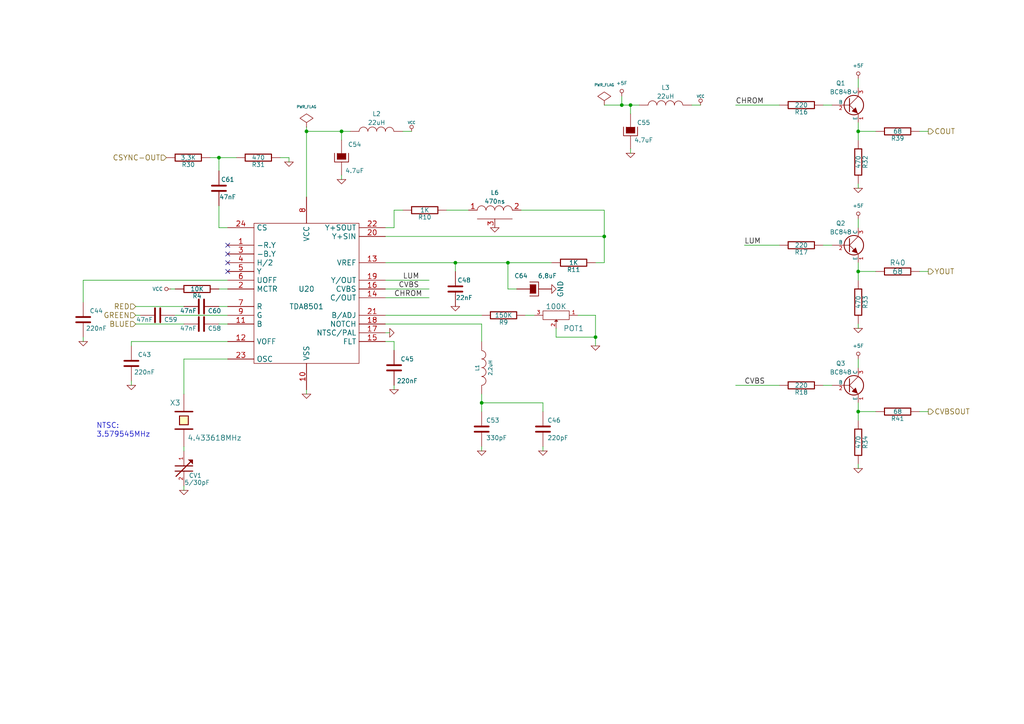
<source format=kicad_sch>
(kicad_sch (version 20241209) (generator "eeschema") (generator_version "9.0")
  (paper "A4")
  (title_block (title "Video") (date "Sun 22 Mar 2015") (rev "2.0B") (company "Kicad EDA"))
  (lib_symbols
    (symbol "video_schlib:+5F" (power) (pin_names (offset 0))
      (property "Value" "+5F" (at 0 2.54 0))
      (symbol "+5F_0_0"
        (pin power_in line (at 0 0 90) (length 0) (hide yes) (name "+5F") (number "1"))
      )
      (symbol "+5F_0_1"
        (circle (center 0 1.524) (radius 0.508))
        (polyline (pts (xy 0 0) (xy 0 1.016) (xy 0 1.016)))
      )
    )
    (symbol "video_schlib:C" (pin_numbers (hide yes)) (pin_names (offset 0.254))
      (property "Reference" "C" (at 0 2.54 0))
      (property "Value" "C" (at 0.1524 -2.159 0))
      (symbol "C_0_1"
        (polyline (pts (xy -2.032 0.762) (xy 2.032 0.762)) (stroke (width 0.508)))
        (polyline (pts (xy -2.032 -0.762) (xy 2.032 -0.762)) (stroke (width 0.508)))
      )
      (symbol "C_1_1"
        (pin passive line (at 0 5.08 270) (length 4.318) (name "~") (number "1"))
        (pin passive line (at 0 -5.08 90) (length 4.318) (name "~") (number "2"))
      )
    )
    (symbol "video_schlib:CP" (pin_numbers (hide yes)) (pin_names (offset 0.254) (hide yes))
      (property "Reference" "C" (at 1.27 2.54 0))
      (property "Value" "CP" (at 1.27 -2.54 0))
      (symbol "CP_0_1"
        (polyline (pts (xy -2.032 1.27) (xy -2.032 -1.27) (xy 2.032 -1.27) (xy 2.032 1.27)) (stroke (width 0.2032)))
        (polyline (pts (xy -1.27 1.27) (xy -1.27 -0.508) (xy 1.27 -0.508) (xy 1.27 1.27)) (fill (type outline)))
      )
      (symbol "CP_1_1"
        (pin passive line (at 0 5.08 270) (length 3.81) (name "~") (number "1"))
        (pin passive line (at 0 -5.08 90) (length 3.81) (name "~") (number "2"))
      )
    )
    (symbol "video_schlib:CRYSTAL" (pin_numbers (hide yes)) (pin_names (offset 1.016) (hide yes))
      (property "Reference" "X" (at 0 3.81 0))
      (property "Value" "CRYSTAL" (at 0 -3.81 0))
      (symbol "CRYSTAL_0_1"
        (polyline (pts (xy -2.54 2.54) (xy -2.54 -2.54)) (stroke (width 0.4064)))
        (polyline (pts (xy -1.27 1.27) (xy 1.27 1.27) (xy 1.27 -1.27) (xy -1.27 -1.27) (xy -1.27 1.27)) (stroke (width 0.3048)) (fill (type background)))
        (polyline (pts (xy 2.54 2.54) (xy 2.54 -2.54)) (stroke (width 0.4064)))
      )
      (symbol "CRYSTAL_1_1"
        (pin passive line (at -7.62 0 0) (length 5.08) (name "1") (number "1"))
        (pin passive line (at 7.62 0 180) (length 5.08) (name "2") (number "2"))
      )
    )
    (symbol "video_schlib:CTRIM" (pin_names (offset 0.254))
      (property "Reference" "C" (at 3.302 -2.032 0))
      (property "Value" "CTRIM" (at 3.81 -4.064 0))
      (symbol "CTRIM_0_1"
        (polyline (pts (xy -2.54 0.762) (xy 2.54 0.762)) (stroke (width 0.3048)))
        (polyline (pts (xy -2.54 -0.762) (xy 2.54 -0.762)) (stroke (width 0.3048)))
        (polyline (pts (xy -2.286 -2.286) (xy 1.905 1.905)) (stroke (width 0.3048)))
        (polyline (pts (xy 1.27 2.54) (xy 2.54 2.54) (xy 2.54 1.27)) (fill (type outline)))
      )
      (symbol "CTRIM_1_1"
        (pin passive line (at 0 5.08 270) (length 4.318) (name "~") (number "1"))
        (pin passive line (at 0 -5.08 90) (length 4.318) (name "~") (number "2"))
      )
    )
    (symbol "video_schlib:GND" (power) (pin_names (offset 0))
      (symbol "GND_0_1"
        (polyline (pts (xy -1.27 0) (xy 0 -1.27) (xy 1.27 0) (xy -1.27 0)))
      )
      (symbol "GND_1_1"
        (pin power_in line (at 0 0 90) (length 0) (hide yes) (name "GND") (number "1"))
      )
    )
    (symbol "video_schlib:INDUCTOR" (pin_numbers (hide yes)) (pin_names (offset 1.016) (hide yes))
      (property "Reference" "L" (at -1.27 0 90))
      (property "Value" "INDUCTOR" (at 2.54 0 90))
      (symbol "INDUCTOR_0_1"
        (arc (start 0.0254 4.9784) (mid 1.1942 3.7719) (end 0.0254 2.5654))
        (arc (start 0.0254 2.5908) (mid 1.2704 1.3081) (end 0.0254 0.0254))
        (arc (start 0.0254 0.0508) (mid 1.2704 -1.2319) (end 0.0254 -2.5146))
        (arc (start 0.0254 -2.54) (mid 1.245 -3.7973) (end 0.0254 -5.0546))
      )
      (symbol "INDUCTOR_1_1"
        (pin passive line (at 0 7.62 270) (length 2.54) (name "1") (number "1"))
        (pin passive line (at 0 -7.62 90) (length 2.54) (name "2") (number "2"))
      )
    )
    (symbol "video_schlib:LIGNE_A_RETARD" (pin_names (offset 1.016) (hide yes))
      (property "Reference" "L" (at 0 2.54 0))
      (property "Value" "LIGNE_A_RETARD" (at 0 -2.54 0))
      (symbol "LIGNE_A_RETARD_0_1"
        (polyline (pts (xy -2.54 5.08) (xy -2.54 -5.08)))
        (arc (start 1.27 3.81) (mid 0.8839 2.9337) (end 0 2.5654))
        (arc (start 1.27 1.27) (mid 0.8839 0.3937) (end 0 0.0254))
        (arc (start 1.27 -1.27) (mid 0.8839 -2.1463) (end 0 -2.5146))
        (arc (start 1.27 -3.81) (mid 0.8839 -4.6863) (end 0 -5.0546))
        (arc (start 0 5.08) (mid 0.898 4.708) (end 1.27 3.81))
        (arc (start 0 2.54) (mid 0.898 2.168) (end 1.27 1.27))
        (arc (start 0 0) (mid 0.898 -0.372) (end 1.27 -1.27))
        (arc (start 0 -2.54) (mid 0.898 -2.912) (end 1.27 -3.81))
      )
      (symbol "LIGNE_A_RETARD_1_1"
        (pin input line (at -5.08 0 0) (length 2.54) (name "COMMUN") (number "3"))
        (pin passive line (at 0 7.62 270) (length 2.54) (name "1") (number "1"))
        (pin passive line (at 0 -7.62 90) (length 2.54) (name "2") (number "2"))
      )
    )
    (symbol "video_schlib:NPN" (pin_names (offset 0))
      (property "Reference" "Q" (at 0 -3.81 0))
      (property "Value" "NPN" (at 0 3.81 0))
      (symbol "NPN_0_1"
        (polyline (pts (xy 0 1.905) (xy 0 -1.905) (xy 0 -1.905)) (stroke (width 0.254)))
        (polyline (pts (xy 0 0) (xy 2.54 2.54)))
        (circle (center 1.27 0) (radius 2.8194) (stroke (width 0.254)))
        (polyline (pts (xy 1.27 -1.27) (xy 0 0) (xy 0 0)))
        (polyline (pts (xy 2.286 -2.286) (xy 1.778 -0.762) (xy 0.762 -1.778) (xy 2.286 -2.286) (xy 2.286 -2.286)) (fill (type outline)))
        (polyline (pts (xy 2.286 -2.286) (xy 2.54 -2.54) (xy 2.54 -2.54)))
      )
      (symbol "NPN_1_1"
        (pin input line (at -5.08 0 0) (length 5.08) (name "B") (number "2"))
        (pin passive line (at 2.54 5.08 270) (length 2.54) (name "C") (number "3"))
        (pin passive line (at 2.54 -5.08 90) (length 2.54) (name "E") (number "1"))
      )
    )
    (symbol "video_schlib:POT" (pin_names (offset 1.016) (hide yes))
      (property "Reference" "RV" (at 0 -2.54 0))
      (property "Value" "POT" (at 0 0 0))
      (symbol "POT_0_1"
        (rectangle (start -3.81 1.27) (end 3.81 -1.27))
        (polyline (pts (xy 0 1.27) (xy -0.508 1.778) (xy 0.508 1.778)) (fill (type outline)))
      )
      (symbol "POT_1_1"
        (pin passive line (at -6.35 0 0) (length 2.54) (name "1") (number "1"))
        (pin passive line (at 0 3.81 270) (length 2.032) (name "2") (number "2"))
        (pin passive line (at 6.35 0 180) (length 2.54) (name "3") (number "3"))
      )
    )
    (symbol "video_schlib:PWR_FLAG" (power) (pin_numbers (hide yes)) (pin_names (offset 0) (hide yes))
      (property "Value" "PWR_FLAG" (at 0 4.572 0))
      (symbol "PWR_FLAG_0_0"
        (pin power_out line (at 0 0 90) (length 0) (name "pwr") (number "1"))
      )
      (symbol "PWR_FLAG_0_1"
        (polyline (pts (xy 0 0) (xy 0 1.27) (xy -1.905 2.54) (xy 0 3.81) (xy 1.905 2.54) (xy 0 1.27)))
      )
    )
    (symbol "video_schlib:R" (pin_numbers (hide yes)) (pin_names (offset 0))
      (property "Reference" "R" (at 2.032 0 90))
      (property "Value" "R" (at 0.1778 0.0254 90))
      (symbol "R_0_1"
        (rectangle (start -1.016 3.81) (end 1.016 -3.81) (stroke (width 0.3048)))
      )
      (symbol "R_1_1"
        (pin passive line (at 0 6.35 270) (length 2.54) (name "~") (number "1"))
        (pin passive line (at 0 -6.35 90) (length 2.54) (name "~") (number "2"))
      )
    )
    (symbol "video_schlib:TDA8501" (pin_names (offset 0.762))
      (property "Reference" "U" (at 8.89 24.13 0))
      (property "Value" "TDA8501" (at 8.89 -21.59 0))
      (symbol "TDA8501_0_1"
        (rectangle (start -15.24 21.59) (end 15.24 -19.05))
      )
      (symbol "TDA8501_1_1"
        (pin input line (at -22.86 20.32 0) (length 7.62) (name "CS") (number "24"))
        (pin input line (at -22.86 15.24 0) (length 7.62) (name "-R.Y") (number "1"))
        (pin input line (at -22.86 12.7 0) (length 7.62) (name "-B.Y") (number "3"))
        (pin bidirectional line (at -22.86 10.16 0) (length 7.62) (name "H/2") (number "4"))
        (pin input line (at -22.86 7.62 0) (length 7.62) (name "Y") (number "5"))
        (pin output line (at -22.86 5.08 0) (length 7.62) (name "UOFF") (number "6"))
        (pin input line (at -22.86 2.54 0) (length 7.62) (name "MCTR") (number "2"))
        (pin input line (at -22.86 -2.54 0) (length 7.62) (name "R") (number "7"))
        (pin input line (at -22.86 -5.08 0) (length 7.62) (name "G") (number "9"))
        (pin input line (at -22.86 -7.62 0) (length 7.62) (name "B") (number "11"))
        (pin output line (at -22.86 -12.7 0) (length 7.62) (name "VOFF") (number "12"))
        (pin output line (at -22.86 -17.78 0) (length 7.62) (name "OSC") (number "23"))
        (pin input line (at 0 29.21 270) (length 7.62) (name "VCC") (number "8"))
        (pin input line (at 0 -26.67 90) (length 7.62) (name "VSS") (number "10"))
        (pin output line (at 22.86 20.32 180) (length 7.62) (name "Y+SOUT") (number "22"))
        (pin input line (at 22.86 17.78 180) (length 7.62) (name "Y+SIN") (number "20"))
        (pin output line (at 22.86 10.16 180) (length 7.62) (name "VREF") (number "13"))
        (pin output line (at 22.86 5.08 180) (length 7.62) (name "Y/OUT") (number "19"))
        (pin output line (at 22.86 2.54 180) (length 7.62) (name "CVBS") (number "16"))
        (pin output line (at 22.86 0 180) (length 7.62) (name "C/OUT") (number "14"))
        (pin passive line (at 22.86 -5.08 180) (length 7.62) (name "B/ADJ") (number "21"))
        (pin input line (at 22.86 -7.62 180) (length 7.62) (name "NOTCH") (number "18"))
        (pin input line (at 22.86 -10.16 180) (length 7.62) (name "NTSC/PAL") (number "17"))
        (pin passive line (at 22.86 -12.7 180) (length 7.62) (name "FLT") (number "15"))
      )
    )
    (symbol "video_schlib:VCC" (power) (pin_names (offset 0))
      (property "Value" "VCC" (at 0 2.54 0))
      (symbol "VCC_0_0"
        (pin power_in line (at 0 0 90) (length 0) (hide yes) (name "VCC") (number "1"))
      )
      (symbol "VCC_0_1"
        (circle (center 0 1.27) (radius 0.508))
        (polyline (pts (xy 0 0) (xy 0 0.762) (xy 0 0.762)))
      )
    )
  )
  (text "3.579545MHz" (at 27.94 127 0) (effects (font (size 1.524 1.524)) (justify left bottom)))
  (text "NTSC:" (at 27.94 124.46 0) (effects (font (size 1.524 1.524)) (justify left bottom)))
  (junction (at 99.06 38.1) (diameter 0.9144))
  (junction (at 182.88 30.48) (diameter 0.9144))
  (junction (at 175.26 68.58) (diameter 0.9144))
  (junction (at 180.34 30.48) (diameter 0.9144))
  (junction (at 147.32 76.2) (diameter 0.9144))
  (junction (at 248.92 38.1) (diameter 0.9144))
  (junction (at 63.5 45.72) (diameter 0.9144))
  (junction (at 132.08 76.2) (diameter 0.9144))
  (junction (at 172.72 97.79) (diameter 0.9144))
  (junction (at 139.7 116.84) (diameter 0.9144))
  (junction (at 88.9 38.1) (diameter 0.9144))
  (junction (at 248.92 119.38) (diameter 0.9144))
  (junction (at 248.92 78.74) (diameter 0.9144))
  (no_connect (at 66.04 76.2))
  (no_connect (at 66.04 73.66))
  (no_connect (at 66.04 78.74))
  (no_connect (at 66.04 71.12))
  (wire (pts (xy 147.32 83.82) (xy 149.86 83.82)))
  (wire (pts (xy 66.04 81.28) (xy 24.13 81.28)))
  (wire (pts (xy 248.92 116.84) (xy 248.92 119.38)))
  (wire (pts (xy 139.7 93.98) (xy 139.7 99.06)))
  (wire (pts (xy 99.06 38.1) (xy 101.6 38.1)))
  (wire (pts (xy 111.76 83.82) (xy 124.46 83.82)))
  (wire (pts (xy 175.26 68.58) (xy 175.26 76.2)))
  (wire (pts (xy 38.1 99.06) (xy 66.04 99.06)))
  (wire (pts (xy 114.3 99.06) (xy 114.3 101.6)))
  (wire (pts (xy 248.92 76.2) (xy 248.92 78.74)))
  (wire (pts (xy 88.9 114.3) (xy 88.9 113.03)))
  (wire (pts (xy 38.1 111.76) (xy 38.1 110.49)))
  (wire (pts (xy 157.48 119.38) (xy 157.48 116.84)))
  (wire (pts (xy 132.08 76.2) (xy 132.08 78.74)))
  (wire (pts (xy 66.04 104.14) (xy 53.34 104.14)))
  (wire (pts (xy 180.34 30.48) (xy 182.88 30.48)))
  (wire (pts (xy 248.92 104.14) (xy 248.92 106.68)))
  (wire (pts (xy 53.34 130.81) (xy 53.34 129.54)))
  (wire (pts (xy 182.88 44.45) (xy 182.88 43.18)))
  (wire (pts (xy 266.7 119.38) (xy 269.24 119.38)))
  (wire (pts (xy 215.9 71.12) (xy 226.06 71.12)))
  (wire (pts (xy 116.84 60.96) (xy 114.3 60.96)))
  (wire (pts (xy 83.82 45.72) (xy 81.28 45.72)))
  (wire (pts (xy 111.76 86.36) (xy 124.46 86.36)))
  (wire (pts (xy 175.26 60.96) (xy 175.26 68.58)))
  (wire (pts (xy 147.32 76.2) (xy 147.32 83.82)))
  (wire (pts (xy 172.72 97.79) (xy 172.72 91.44)))
  (wire (pts (xy 248.92 22.86) (xy 248.92 25.4)))
  (wire (pts (xy 88.9 36.83) (xy 88.9 38.1)))
  (wire (pts (xy 139.7 114.3) (xy 139.7 116.84)))
  (wire (pts (xy 111.76 76.2) (xy 132.08 76.2)))
  (wire (pts (xy 157.48 116.84) (xy 139.7 116.84)))
  (wire (pts (xy 40.64 91.44) (xy 39.37 91.44)))
  (wire (pts (xy 99.06 38.1) (xy 99.06 40.64)))
  (wire (pts (xy 248.92 119.38) (xy 248.92 121.92)))
  (wire (pts (xy 88.9 38.1) (xy 88.9 57.15)))
  (wire (pts (xy 248.92 63.5) (xy 248.92 66.04)))
  (wire (pts (xy 88.9 38.1) (xy 99.06 38.1)))
  (wire (pts (xy 99.06 52.07) (xy 99.06 50.8)))
  (wire (pts (xy 66.04 88.9) (xy 63.5 88.9)))
  (wire (pts (xy 24.13 99.06) (xy 24.13 97.79)))
  (wire (pts (xy 161.29 97.79) (xy 172.72 97.79)))
  (wire (pts (xy 63.5 45.72) (xy 68.58 45.72)))
  (wire (pts (xy 266.7 78.74) (xy 269.24 78.74)))
  (wire (pts (xy 114.3 113.03) (xy 114.3 111.76)))
  (wire (pts (xy 114.3 60.96) (xy 114.3 66.04)))
  (wire (pts (xy 161.29 95.25) (xy 161.29 97.79)))
  (wire (pts (xy 114.3 66.04) (xy 111.76 66.04)))
  (wire (pts (xy 111.76 81.28) (xy 124.46 81.28)))
  (wire (pts (xy 49.53 83.82) (xy 50.8 83.82)))
  (wire (pts (xy 213.36 111.76) (xy 226.06 111.76)))
  (wire (pts (xy 182.88 30.48) (xy 182.88 33.02)))
  (wire (pts (xy 152.4 91.44) (xy 154.94 91.44)))
  (wire (pts (xy 248.92 38.1) (xy 254 38.1)))
  (wire (pts (xy 63.5 66.04) (xy 66.04 66.04)))
  (wire (pts (xy 172.72 91.44) (xy 167.64 91.44)))
  (wire (pts (xy 116.84 38.1) (xy 119.38 38.1)))
  (wire (pts (xy 111.76 93.98) (xy 139.7 93.98)))
  (wire (pts (xy 139.7 130.81) (xy 139.7 129.54)))
  (wire (pts (xy 113.03 96.52) (xy 111.76 96.52)))
  (wire (pts (xy 53.34 93.98) (xy 39.37 93.98)))
  (wire (pts (xy 132.08 76.2) (xy 147.32 76.2)))
  (wire (pts (xy 248.92 38.1) (xy 248.92 40.64)))
  (wire (pts (xy 248.92 35.56) (xy 248.92 38.1)))
  (wire (pts (xy 248.92 78.74) (xy 248.92 81.28)))
  (wire (pts (xy 175.26 76.2) (xy 172.72 76.2)))
  (wire (pts (xy 238.76 71.12) (xy 241.3 71.12)))
  (wire (pts (xy 269.24 38.1) (xy 266.7 38.1)))
  (wire (pts (xy 53.34 88.9) (xy 39.37 88.9)))
  (wire (pts (xy 63.5 45.72) (xy 63.5 49.53)))
  (wire (pts (xy 66.04 93.98) (xy 63.5 93.98)))
  (wire (pts (xy 111.76 99.06) (xy 114.3 99.06)))
  (wire (pts (xy 66.04 91.44) (xy 50.8 91.44)))
  (wire (pts (xy 248.92 95.25) (xy 248.92 93.98)))
  (wire (pts (xy 238.76 111.76) (xy 241.3 111.76)))
  (wire (pts (xy 248.92 135.89) (xy 248.92 134.62)))
  (wire (pts (xy 83.82 46.99) (xy 83.82 45.72)))
  (wire (pts (xy 151.13 60.96) (xy 175.26 60.96)))
  (wire (pts (xy 200.66 30.48) (xy 203.2 30.48)))
  (wire (pts (xy 63.5 59.69) (xy 63.5 66.04)))
  (wire (pts (xy 24.13 81.28) (xy 24.13 87.63)))
  (wire (pts (xy 248.92 54.61) (xy 248.92 53.34)))
  (wire (pts (xy 248.92 78.74) (xy 254 78.74)))
  (wire (pts (xy 213.36 30.48) (xy 226.06 30.48)))
  (wire (pts (xy 111.76 91.44) (xy 139.7 91.44)))
  (wire (pts (xy 147.32 76.2) (xy 160.02 76.2)))
  (wire (pts (xy 111.76 68.58) (xy 175.26 68.58)))
  (wire (pts (xy 172.72 100.33) (xy 172.72 97.79)))
  (wire (pts (xy 38.1 100.33) (xy 38.1 99.06)))
  (wire (pts (xy 248.92 119.38) (xy 254 119.38)))
  (wire (pts (xy 180.34 30.48) (xy 180.34 27.94)))
  (wire (pts (xy 238.76 30.48) (xy 241.3 30.48)))
  (wire (pts (xy 63.5 83.82) (xy 66.04 83.82)))
  (wire (pts (xy 60.96 45.72) (xy 63.5 45.72)))
  (wire (pts (xy 182.88 30.48) (xy 185.42 30.48)))
  (wire (pts (xy 139.7 116.84) (xy 139.7 119.38)))
  (wire (pts (xy 53.34 104.14) (xy 53.34 114.3)))
  (wire (pts (xy 129.54 60.96) (xy 135.89 60.96)))
  (wire (pts (xy 175.26 30.48) (xy 180.34 30.48)))
  (wire (pts (xy 53.34 142.24) (xy 53.34 140.97)))
  (wire (pts (xy 157.48 129.54) (xy 157.48 130.81)))
  (label "CHROM" (at 114.3 86.36 0) (effects (font (size 1.524 1.524))))
  (label "LUM" (at 116.84 81.28 0) (effects (font (size 1.524 1.524))))
  (label "CVBS" (at 115.57 83.82 0) (effects (font (size 1.524 1.524))))
  (label "CVBS" (at 215.9 111.76 0) (effects (font (size 1.524 1.524))))
  (label "LUM" (at 215.9 71.12 0) (effects (font (size 1.524 1.524))))
  (label "CHROM" (at 213.36 30.48 0) (effects (font (size 1.524 1.524))))
  (hierarchical_label "BLUE" (shape input) (at 39.37 93.98 180) (effects (font (size 1.524 1.524))))
  (hierarchical_label "COUT" (shape output) (at 269.24 38.1 0) (effects (font (size 1.524 1.524))))
  (hierarchical_label "CVBSOUT" (shape output) (at 269.24 119.38 0) (effects (font (size 1.524 1.524))))
  (hierarchical_label "CSYNC-OUT" (shape input) (at 48.26 45.72 180) (effects (font (size 1.524 1.524))))
  (hierarchical_label "YOUT" (shape output) (at 269.24 78.74 0) (effects (font (size 1.524 1.524))))
  (hierarchical_label "RED" (shape input) (at 39.37 88.9 180) (effects (font (size 1.524 1.524))))
  (hierarchical_label "GREEN" (shape input) (at 39.37 91.44 180) (effects (font (size 1.524 1.524))))
  (symbol (lib_id "video_schlib:TDA8501") (at 88.9 86.36 0) (unit 1)
    (property "Reference" "U20" (at 88.9 83.82 0) (effects (font (size 1.524 1.524))))
    (property "Value" "TDA8501" (at 88.9 88.9 0) (effects (font (size 1.524 1.524))))
    (property "Footprint" "Package_SO:SOIC-24W_7.5x15.4mm_P1.27mm" (effects (hide yes)))
  )
  (symbol (lib_id "video_schlib:C") (at 58.42 93.98 270) (unit 1)
    (property "Reference" "C58" (at 62.23 95.25 90))
    (property "Value" "47nF" (at 54.61 95.25 90))
    (property "Footprint" "Resistor_SMD:R_1206_3216Metric_Pad1.30x1.75mm_HandSolder" (effects (hide yes)))
  )
  (symbol (lib_id "video_schlib:C") (at 45.72 91.44 270) (unit 1)
    (property "Reference" "C59" (at 49.53 92.71 90))
    (property "Value" "47nF" (at 41.91 92.71 90))
    (property "Footprint" "Resistor_SMD:R_1206_3216Metric_Pad1.30x1.75mm_HandSolder" (effects (hide yes)))
  )
  (symbol (lib_id "video_schlib:C") (at 58.42 88.9 270) (unit 1)
    (property "Reference" "C60" (at 62.23 90.17 90))
    (property "Value" "47nF" (at 54.61 90.17 90))
    (property "Footprint" "Resistor_SMD:R_1206_3216Metric_Pad1.30x1.75mm_HandSolder" (effects (hide yes)))
  )
  (symbol (lib_id "video_schlib:GND") (at 88.9 114.3 0) (unit 1)
    (property "Reference" "#GND012" (effects (hide yes)))
    (property "Value" "GND" (effects (hide yes)))
  )
  (symbol (lib_id "video_schlib:INDUCTOR") (at 109.22 38.1 270) (mirror x) (unit 1)
    (property "Reference" "L2" (at 109.22 33.02 90))
    (property "Value" "22uH" (at 109.22 35.56 90))
    (property "Footprint" "Resistor_SMD:R_1812_4532Metric_Pad1.30x3.40mm_HandSolder" (effects (hide yes)))
  )
  (symbol (lib_id "video_schlib:CP") (at 99.06 45.72 0) (unit 1)
    (property "Reference" "C54" (at 102.87 41.91 0))
    (property "Value" "4.7uF" (at 102.87 49.53 0))
    (property "Footprint" "Resistor_SMD:R_1206_3216Metric_Pad1.30x1.75mm_HandSolder" (effects (hide yes)))
  )
  (symbol (lib_id "video_schlib:GND") (at 99.06 52.07 0) (unit 1)
    (property "Reference" "#GND013" (effects (hide yes)))
    (property "Value" "GND" (effects (hide yes)))
  )
  (symbol (lib_id "video_schlib:R") (at 123.19 60.96 270) (unit 1)
    (property "Reference" "R10" (at 123.19 62.992 90))
    (property "Value" "1K" (at 123.19 60.96 90))
    (property "Footprint" "Resistor_SMD:R_1206_3216Metric_Pad1.30x1.75mm_HandSolder" (effects (hide yes)))
  )
  (symbol (lib_id "video_schlib:C") (at 63.5 54.61 0) (unit 1)
    (property "Reference" "C61" (at 66.04 52.07 0))
    (property "Value" "47nF" (at 66.04 57.15 0))
    (property "Footprint" "Resistor_SMD:R_1206_3216Metric_Pad1.30x1.75mm_HandSolder" (effects (hide yes)))
  )
  (symbol (lib_id "video_schlib:C") (at 38.1 105.41 0) (unit 1)
    (property "Reference" "C43" (at 41.91 102.87 0))
    (property "Value" "220nF" (at 41.91 107.95 0))
    (property "Footprint" "Resistor_SMD:R_1206_3216Metric_Pad1.30x1.75mm_HandSolder" (effects (hide yes)))
  )
  (symbol (lib_id "video_schlib:GND") (at 38.1 111.76 0) (unit 1)
    (property "Reference" "#GND014" (effects (hide yes)))
    (property "Value" "GND" (effects (hide yes)))
  )
  (symbol (lib_id "video_schlib:C") (at 24.13 92.71 0) (unit 1)
    (property "Reference" "C44" (at 27.94 90.17 0))
    (property "Value" "220nF" (at 27.94 95.25 0))
    (property "Footprint" "Resistor_SMD:R_1206_3216Metric_Pad1.30x1.75mm_HandSolder" (effects (hide yes)))
  )
  (symbol (lib_id "video_schlib:GND") (at 24.13 99.06 0) (unit 1)
    (property "Reference" "#GND015" (effects (hide yes)))
    (property "Value" "GND" (effects (hide yes)))
  )
  (symbol (lib_id "video_schlib:CRYSTAL") (at 53.34 121.92 90) (unit 1)
    (property "Reference" "X3" (at 50.8 116.84 90) (effects (font (size 1.524 1.524))))
    (property "Value" "4.433618MHz" (at 62.23 127 90) (effects (font (size 1.524 1.524))))
    (property "Footprint" "Crystal:Crystal_HC18-U_Horizontal" (effects (hide yes)))
  )
  (symbol (lib_id "video_schlib:CTRIM") (at 53.34 135.89 0) (unit 1)
    (property "Reference" "CV1" (at 56.642 137.922 0))
    (property "Value" "5/30pF" (at 57.15 139.954 0))
    (property "Footprint" "footprints:CV3-30PF" (effects (hide yes)))
  )
  (symbol (lib_id "video_schlib:GND") (at 53.34 142.24 0) (unit 1)
    (property "Reference" "#GND016" (effects (hide yes)))
    (property "Value" "GND" (effects (hide yes)))
  )
  (symbol (lib_id "video_schlib:R") (at 166.37 76.2 270) (unit 1)
    (property "Reference" "R11" (at 166.37 78.232 90))
    (property "Value" "1K" (at 166.37 76.2 90))
    (property "Footprint" "Resistor_SMD:R_1206_3216Metric_Pad1.30x1.75mm_HandSolder" (effects (hide yes)))
  )
  (symbol (lib_id "video_schlib:CP") (at 154.94 83.82 90) (unit 1)
    (property "Reference" "C64" (at 151.13 80.01 90))
    (property "Value" "6,8uF" (at 158.75 80.01 90))
    (property "Footprint" "Resistor_SMD:R_1210_3225Metric_Pad1.30x2.65mm_HandSolder" (effects (hide yes)))
  )
  (symbol (lib_id "video_schlib:GND") (at 160.02 83.82 90) (unit 1)
    (property "Reference" "#GND017" (effects (hide yes)))
    (property "Value" "GND" (at 162.56 83.82 0) (effects (font (size 1.524 1.524))))
  )
  (symbol (lib_id "video_schlib:C") (at 132.08 83.82 180) (unit 1)
    (property "Reference" "C48" (at 134.62 81.28 0))
    (property "Value" "22nF" (at 134.62 86.36 0))
    (property "Footprint" "Resistor_SMD:R_1206_3216Metric_Pad1.30x1.75mm_HandSolder" (effects (hide yes)))
  )
  (symbol (lib_id "video_schlib:GND") (at 132.08 88.9 0) (unit 1)
    (property "Reference" "#GND018" (effects (hide yes)))
    (property "Value" "GND" (effects (hide yes)))
  )
  (symbol (lib_id "video_schlib:C") (at 114.3 106.68 0) (unit 1)
    (property "Reference" "C45" (at 118.11 104.14 0))
    (property "Value" "220nF" (at 118.11 110.49 0))
    (property "Footprint" "Resistor_SMD:R_1206_3216Metric_Pad1.30x1.75mm_HandSolder" (effects (hide yes)))
  )
  (symbol (lib_id "video_schlib:GND") (at 114.3 113.03 0) (unit 1)
    (property "Reference" "#GND019" (effects (hide yes)))
    (property "Value" "GND" (effects (hide yes)))
  )
  (symbol (lib_id "video_schlib:R") (at 74.93 45.72 270) (unit 1)
    (property "Reference" "R31" (at 74.93 47.752 90))
    (property "Value" "470" (at 74.93 45.72 90))
    (property "Footprint" "Resistor_SMD:R_1206_3216Metric_Pad1.30x1.75mm_HandSolder" (effects (hide yes)))
  )
  (symbol (lib_id "video_schlib:R") (at 54.61 45.72 270) (unit 1)
    (property "Reference" "R30" (at 54.61 47.752 90))
    (property "Value" "3,3K" (at 54.61 45.72 90))
    (property "Footprint" "Resistor_SMD:R_1206_3216Metric_Pad1.30x1.75mm_HandSolder" (effects (hide yes)))
  )
  (symbol (lib_id "video_schlib:GND") (at 83.82 46.99 0) (unit 1)
    (property "Reference" "#GND020" (effects (hide yes)))
    (property "Value" "GND" (effects (hide yes)))
  )
  (symbol (lib_id "video_schlib:INDUCTOR") (at 139.7 106.68 0) (unit 1)
    (property "Reference" "L1" (at 138.43 106.68 90) (effects (font (size 1.016 1.016))))
    (property "Value" "2,2uH" (at 142.24 106.68 90) (effects (font (size 1.016 1.016))))
    (property "Footprint" "Resistor_SMD:R_1812_4532Metric_Pad1.30x3.40mm_HandSolder" (effects (hide yes)))
  )
  (symbol (lib_id "video_schlib:C") (at 139.7 124.46 0) (unit 1)
    (property "Reference" "C53" (at 140.97 121.92 0) (effects (justify left)))
    (property "Value" "330pF" (at 140.97 127 0) (effects (justify left)))
    (property "Footprint" "Resistor_SMD:R_1206_3216Metric_Pad1.30x1.75mm_HandSolder" (effects (hide yes)))
  )
  (symbol (lib_id "video_schlib:C") (at 157.48 124.46 0) (unit 1)
    (property "Reference" "C46" (at 158.75 121.92 0) (effects (justify left)))
    (property "Value" "220pF" (at 158.75 127 0) (effects (justify left)))
    (property "Footprint" "Resistor_SMD:R_1206_3216Metric_Pad1.30x1.75mm_HandSolder" (effects (hide yes)))
  )
  (symbol (lib_id "video_schlib:GND") (at 139.7 130.81 0) (unit 1)
    (property "Reference" "#GND021" (effects (hide yes)))
    (property "Value" "GND" (effects (hide yes)))
  )
  (symbol (lib_id "video_schlib:GND") (at 157.48 130.81 0) (unit 1)
    (property "Reference" "#GND022" (effects (hide yes)))
    (property "Value" "GND" (effects (hide yes)))
  )
  (symbol (lib_id "video_schlib:NPN") (at 246.38 30.48 0) (unit 1)
    (property "Reference" "Q1" (at 243.84 24.13 0))
    (property "Value" "BC848" (at 243.84 26.67 0))
    (property "Footprint" "footprints:SOT23EBC" (effects (hide yes)))
  )
  (symbol (lib_id "video_schlib:R") (at 232.41 30.48 270) (unit 1)
    (property "Reference" "R16" (at 232.41 32.512 90))
    (property "Value" "220" (at 232.41 30.48 90))
    (property "Footprint" "Resistor_SMD:R_1206_3216Metric_Pad1.30x1.75mm_HandSolder" (effects (hide yes)))
  )
  (symbol (lib_id "video_schlib:R") (at 248.92 46.99 0) (unit 1)
    (property "Reference" "R32" (at 250.952 46.99 90))
    (property "Value" "470" (at 248.92 46.99 90))
    (property "Footprint" "Resistor_SMD:R_1206_3216Metric_Pad1.30x1.75mm_HandSolder" (effects (hide yes)))
  )
  (symbol (lib_id "video_schlib:R") (at 260.35 38.1 270) (unit 1)
    (property "Reference" "R39" (at 260.35 40.132 90))
    (property "Value" "68" (at 260.35 38.1 90))
    (property "Footprint" "Resistor_SMD:R_1206_3216Metric_Pad1.30x1.75mm_HandSolder" (effects (hide yes)))
  )
  (symbol (lib_id "video_schlib:GND") (at 248.92 54.61 0) (unit 1)
    (property "Reference" "#GND023" (effects (hide yes)))
    (property "Value" "GND" (effects (hide yes)))
  )
  (symbol (lib_id "video_schlib:INDUCTOR") (at 193.04 30.48 270) (mirror x) (unit 1)
    (property "Reference" "L3" (at 193.04 25.4 90))
    (property "Value" "22uH" (at 193.04 27.94 90))
    (property "Footprint" "Resistor_SMD:R_1812_4532Metric_Pad1.30x3.40mm_HandSolder" (effects (hide yes)))
  )
  (symbol (lib_id "video_schlib:CP") (at 182.88 38.1 0) (unit 1)
    (property "Reference" "C55" (at 186.69 35.56 0))
    (property "Value" "4.7uF" (at 186.69 40.64 0))
    (property "Footprint" "Resistor_SMD:R_1210_3225Metric_Pad1.30x2.65mm_HandSolder" (effects (hide yes)))
  )
  (symbol (lib_id "video_schlib:GND") (at 182.88 44.45 0) (unit 1)
    (property "Reference" "#GND024" (effects (hide yes)))
    (property "Value" "GND" (effects (hide yes)))
  )
  (symbol (lib_id "video_schlib:NPN") (at 246.38 71.12 0) (unit 1)
    (property "Reference" "Q2" (at 243.84 64.77 0))
    (property "Value" "BC848" (at 243.84 67.31 0))
    (property "Footprint" "footprints:SOT23EBC" (effects (hide yes)))
  )
  (symbol (lib_id "video_schlib:GND") (at 248.92 95.25 0) (unit 1)
    (property "Reference" "#GND025" (effects (hide yes)))
    (property "Value" "GND" (effects (hide yes)))
  )
  (symbol (lib_id "video_schlib:R") (at 248.92 87.63 0) (unit 1)
    (property "Reference" "R33" (at 250.952 87.63 90))
    (property "Value" "470" (at 248.92 87.63 90))
    (property "Footprint" "Resistor_SMD:R_1206_3216Metric_Pad1.30x1.75mm_HandSolder" (effects (hide yes)))
  )
  (symbol (lib_id "video_schlib:R") (at 260.35 78.74 90) (unit 1)
    (property "Reference" "R40" (at 260.35 76.2 90) (effects (font (size 1.524 1.524))))
    (property "Value" "68" (at 260.35 78.74 90) (effects (font (size 1.524 1.524))))
    (property "Footprint" "Resistor_SMD:R_1206_3216Metric_Pad1.30x1.75mm_HandSolder" (effects (hide yes)))
  )
  (symbol (lib_id "video_schlib:R") (at 232.41 71.12 270) (unit 1)
    (property "Reference" "R17" (at 232.41 73.152 90))
    (property "Value" "220" (at 232.41 71.12 90))
    (property "Footprint" "Resistor_SMD:R_1206_3216Metric_Pad1.30x1.75mm_HandSolder" (effects (hide yes)))
  )
  (symbol (lib_id "video_schlib:NPN") (at 246.38 111.76 0) (unit 1)
    (property "Reference" "Q3" (at 243.84 105.41 0))
    (property "Value" "BC848" (at 243.84 107.95 0))
    (property "Footprint" "footprints:SOT23EBC" (effects (hide yes)))
  )
  (symbol (lib_id "video_schlib:GND") (at 248.92 135.89 0) (unit 1)
    (property "Reference" "#GND026" (effects (hide yes)))
    (property "Value" "GND" (effects (hide yes)))
  )
  (symbol (lib_id "video_schlib:R") (at 248.92 128.27 0) (unit 1)
    (property "Reference" "R34" (at 250.952 128.27 90))
    (property "Value" "470" (at 248.92 128.27 90))
    (property "Footprint" "Resistor_SMD:R_1206_3216Metric_Pad1.30x1.75mm_HandSolder" (effects (hide yes)))
  )
  (symbol (lib_id "video_schlib:R") (at 260.35 119.38 270) (unit 1)
    (property "Reference" "R41" (at 260.35 121.412 90))
    (property "Value" "68" (at 260.35 119.38 90))
    (property "Footprint" "Resistor_SMD:R_1206_3216Metric_Pad1.30x1.75mm_HandSolder" (effects (hide yes)))
  )
  (symbol (lib_id "video_schlib:R") (at 232.41 111.76 270) (unit 1)
    (property "Reference" "R18" (at 232.41 113.792 90))
    (property "Value" "220" (at 232.41 111.76 90))
    (property "Footprint" "Resistor_SMD:R_1206_3216Metric_Pad1.30x1.75mm_HandSolder" (effects (hide yes)))
  )
  (symbol (lib_id "video_schlib:R") (at 146.05 91.44 270) (unit 1)
    (property "Reference" "R9" (at 146.05 93.472 90))
    (property "Value" "150K" (at 146.05 91.44 90))
    (property "Footprint" "Resistor_SMD:R_1206_3216Metric_Pad1.30x1.75mm_HandSolder" (effects (hide yes)))
  )
  (symbol (lib_id "video_schlib:POT") (at 161.29 91.44 180) (unit 1)
    (property "Reference" "POT1" (at 166.37 95.25 0) (effects (font (size 1.524 1.524))))
    (property "Value" "100K" (at 161.29 88.9 0) (effects (font (size 1.524 1.524))))
    (property "Footprint" "Potentiometer_SMD:Potentiometer_Bourns_3314G_Vertical" (effects (hide yes)))
  )
  (symbol (lib_id "video_schlib:GND") (at 172.72 100.33 0) (unit 1)
    (property "Reference" "#GND027" (effects (hide yes)))
    (property "Value" "GND" (effects (hide yes)))
  )
  (symbol (lib_id "video_schlib:R") (at 57.15 83.82 270) (unit 1)
    (property "Reference" "R4" (at 57.15 85.852 90))
    (property "Value" "10K" (at 57.15 83.82 90))
    (property "Footprint" "Resistor_SMD:R_1206_3216Metric_Pad1.30x1.75mm_HandSolder" (effects (hide yes)))
  )
  (symbol (lib_id "video_schlib:VCC") (at 49.53 83.82 90) (unit 1)
    (property "Reference" "#PWR011" (effects (hide yes)))
    (property "Value" "VCC" (at 45.72 83.82 90) (effects (font (size 1.016 1.016))))
  )
  (symbol (lib_id "video_schlib:GND") (at 113.03 96.52 90) (unit 1)
    (property "Reference" "#PWR010" (effects (hide yes)))
    (property "Value" "GND" (effects (hide yes)))
  )
  (symbol (lib_id "video_schlib:LIGNE_A_RETARD") (at 143.51 60.96 90) (unit 1)
    (property "Reference" "L6" (at 143.51 55.88 90))
    (property "Value" "470ns" (at 143.51 58.42 90))
    (property "Footprint" "footprints:LRTDK" (effects (hide yes)))
  )
  (symbol (lib_id "video_schlib:GND") (at 143.51 66.04 0) (unit 1)
    (property "Reference" "#PWR09" (effects (hide yes)))
    (property "Value" "GND" (effects (hide yes)))
  )
  (symbol (lib_id "video_schlib:PWR_FLAG") (at 175.26 30.48 0) (unit 1)
    (property "Reference" "#FLG08" (effects (hide yes)))
    (property "Value" "PWR_FLAG" (at 175.26 24.638 0) (effects (font (size 0.762 0.762))))
  )
  (symbol (lib_id "video_schlib:PWR_FLAG") (at 88.9 36.83 0) (unit 1)
    (property "Reference" "#FLG07" (effects (hide yes)))
    (property "Value" "PWR_FLAG" (at 88.9 30.988 0) (effects (font (size 0.762 0.762))))
  )
  (symbol (lib_id "video_schlib:VCC") (at 203.2 30.48 0) (unit 1)
    (property "Reference" "#VCC033" (effects (hide yes)))
    (property "Value" "VCC" (at 203.2 27.94 0) (effects (font (size 0.762 0.762))))
  )
  (symbol (lib_id "video_schlib:+5F") (at 248.92 104.14 0) (unit 1)
    (property "Reference" "#+032" (effects (hide yes)))
    (property "Value" "+5F" (at 248.92 100.33 0) (effects (font (size 1.016 1.016))))
  )
  (symbol (lib_id "video_schlib:+5F") (at 248.92 63.5 0) (unit 1)
    (property "Reference" "#+031" (effects (hide yes)))
    (property "Value" "+5F" (at 248.92 59.69 0) (effects (font (size 1.016 1.016))))
  )
  (symbol (lib_id "video_schlib:+5F") (at 180.34 27.94 0) (unit 1)
    (property "Reference" "#+030" (effects (hide yes)))
    (property "Value" "+5F" (at 180.34 24.13 0) (effects (font (size 1.016 1.016))))
  )
  (symbol (lib_id "video_schlib:+5F") (at 248.92 22.86 0) (unit 1)
    (property "Reference" "#+029" (effects (hide yes)))
    (property "Value" "+5F" (at 248.92 19.05 0) (effects (font (size 1.016 1.016))))
  )
  (symbol (lib_id "video_schlib:VCC") (at 119.38 38.1 0) (unit 1)
    (property "Reference" "#VCC028" (effects (hide yes)))
    (property "Value" "VCC" (at 119.38 35.56 0) (effects (font (size 0.762 0.762))))
  )
)
</source>
